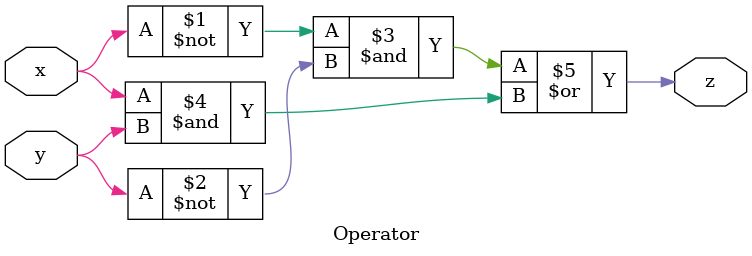
<source format=v>
module Operator(
input x,
input y,
output z
);

assign z = (~x & ~y) | (x&y);

endmodule
</source>
